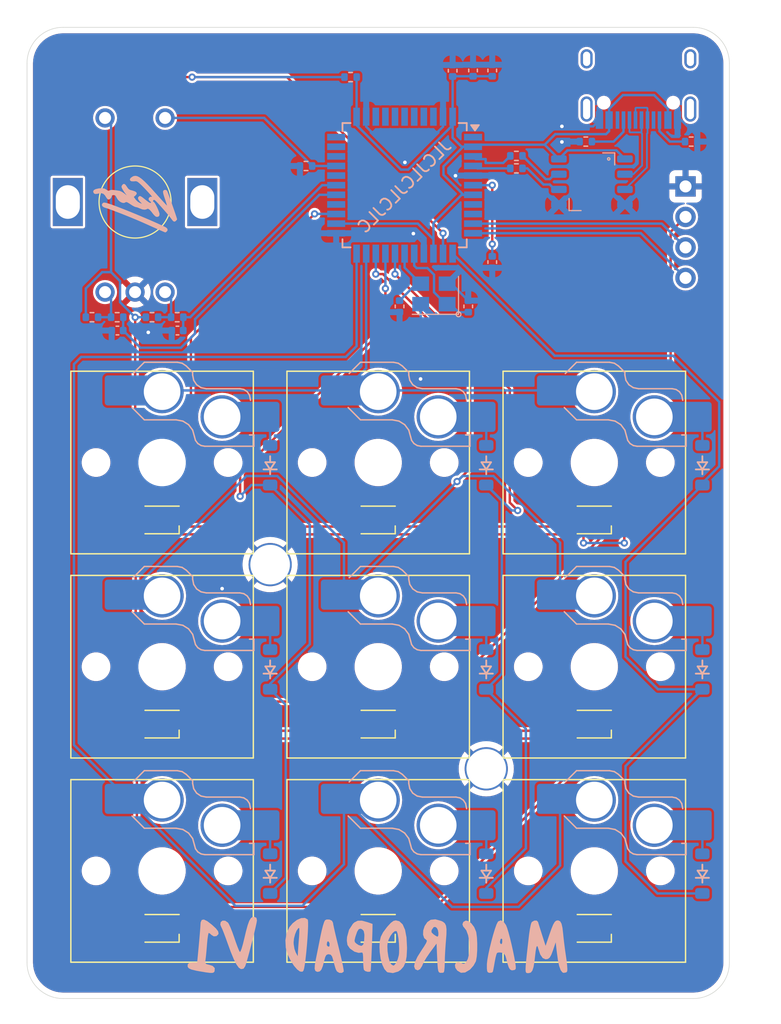
<source format=kicad_pcb>
(kicad_pcb (version 20240108) (generator "pcbnew") (generator_version "8.0")
  (layers (0 "F.Cu" signal) (31 "B.Cu" signal) (34 "B.Paste" user) (35 "F.Paste" user) (36 "B.SilkS" user "B.Silkscreen") (37 "F.SilkS" user "F.Silkscreen") (38 "B.Mask" user) (39 "F.Mask" user) (44 "Edge.Cuts" user))
  (net 0 "")
  (net 1 "VBUS")
  (net 2 "Row 0")
  (net 3 "Net-(D1-A)")
  (net 4 "Row 1")
  (net 5 "Net-(D2-A)")
  (net 6 "Row 2")
  (net 7 "Net-(D3-A)")
  (net 8 "Net-(D4-A)")
  (net 9 "Net-(D5-A)")
  (net 10 "Net-(D6-A)")
  (net 11 "Net-(D7-A)")
  (net 12 "Net-(D8-A)")
  (net 13 "Net-(D9-A)")
  (net 14 "+5V")
  (net 15 "LED Input")
  (net 16 "Net-(D10-DOUT)")
  (net 17 "Net-(D11-DOUT)")
  (net 18 "Net-(D12-DOUT)")
  (net 19 "Net-(D13-DOUT)")
  (net 20 "Net-(D14-DOUT)")
  (net 21 "Net-(D15-DOUT)")
  (net 22 "Net-(D16-DOUT)")
  (net 23 "Net-(D17-DOUT)")
  (net 25 "/USB_D-")
  (net 32 "Net-(J1-CC1)")
  (net 33 "/USB_D+")
  (net 34 "Net-(J1-CC2)")
  (net 35 "Display SDA")
  (net 36 "Display SCL")
  (net 37 "D+")
  (net 38 "D-")
  (net 39 "Net-(R6-Pad2)")
  (net 40 "Net-(R10-Pad2)")
  (net 41 "Column 0")
  (net 42 "Column 1")
  (net 43 "Column 2")
  (net 44 "RE Switch")
  (net 45 "GND")
  (net 46 "Net-(U3-UCAP)")
  (net 47 "Net-(U3-XTAL1)")
  (net 48 "Net-(U3-XTAL2)")
  (net 49 "Net-(U3-~{RESET})")
  (net 50 "/Port_Protector_D+")
  (net 51 "/Port_Protector_D-")
  (net 67 "RE A")
  (net 68 "RE B")
  (footprint "ScottoKeebs_Hotswap:Hotswap_Choc_V1_Plated_1.00u" (layer "F.Cu") (at 124.15 83.7)
    (property "Reference" "S1" (hide yes))
    (property "Value" "Keyswitch")
  )
  (footprint "ScottoKeebs_Hotswap:Hotswap_Choc_V1_Plated_1.00u" (layer "F.Cu") (at 160.15 83.7)
    (property "Reference" "S3" (hide yes))
    (property "Value" "Keyswitch")
  )
  (footprint "Button_Switch_SMD:SW_Tactile_TSB008A2530A" (layer "F.Cu") (at 120.15 55.6125)
    (property "Reference" "SW1" (hide yes))
    (property "Value" "SW_Push")
  )
  (footprint "LED_SMD:LED_WS2812B-2020_PLCC4_2.0x2.0mm" (layer "F.Cu") (at 142.15 122.48125 180)
    (property "Reference" "D17" (hide yes))
    (property "Value" "WS2812B-2020")
  )
  (footprint "ScottoKeebs_Hotswap:Hotswap_Choc_V1_Plated_1.00u" (layer "F.Cu") (at 142.15 83.7)
    (property "Reference" "S2" (hide yes))
    (property "Value" "Keyswitch")
  )
  (footprint "Rotary_Encoder:RotaryEncoder_Bourns_PEC11R-4xxxF-Sxxxx" (layer "F.Cu") (at 121.9 72.5125)
    (property "Reference" "SW2" (hide yes))
    (property "Value" "RotaryEncoder_Switch")
  )
  (footprint "LED_SMD:LED_WS2812B-2020_PLCC4_2.0x2.0mm" (layer "F.Cu") (at 124.15 88.48125 180)
    (property "Reference" "D10" (hide yes))
    (property "Value" "WS2812B-2020")
  )
  (footprint "MountingHole:MountingHole_KB" (layer "F.Cu") (at 151.15 109.2)
    (property "Reference" "H1")
    (property "Value" "MountingHole_Pad")
  )
  (footprint "LED_SMD:LED_WS2812B-2020_PLCC4_2.0x2.0mm" (layer "F.Cu") (at 160.15 122.48125 180)
    (property "Reference" "D18" (hide yes))
    (property "Value" "WS2812B-2020")
  )
  (footprint "LED_SMD:LED_WS2812B-2020_PLCC4_2.0x2.0mm" (layer "F.Cu") (at 160.15 88.48125 180)
    (property "Reference" "D12" (hide yes))
    (property "Value" "WS2812B-2020")
  )
  (footprint "ScottoKeebs_Hotswap:Hotswap_Choc_V1_Plated_1.00u" (layer "F.Cu") (at 142.15 117.7)
    (property "Reference" "S8" (hide yes))
    (property "Value" "Keyswitch")
  )
  (footprint "ScottoKeebs_Hotswap:Hotswap_Choc_V1_Plated_1.00u" (layer "F.Cu") (at 160.15 117.7)
    (property "Reference" "S9" (hide yes))
    (property "Value" "Keyswitch")
  )
  (footprint "LED_SMD:LED_WS2812B-2020_PLCC4_2.0x2.0mm" (layer "F.Cu") (at 142.15 88.48125 180)
    (property "Reference" "D11" (hide yes))
    (property "Value" "WS2812B-2020")
  )
  (footprint "LED_SMD:LED_WS2812B-2020_PLCC4_2.0x2.0mm" (layer "F.Cu") (at 160.15 105.48125 180)
    (property "Reference" "D15" (hide yes))
    (property "Value" "WS2812B-2020")
  )
  (footprint "LED_SMD:LED_WS2812B-2020_PLCC4_2.0x2.0mm" (layer "F.Cu") (at 124.15 122.48125 180)
    (property "Reference" "D16" (hide yes))
    (property "Value" "WS2812B-2020")
  )
  (footprint "Display:SSD1306_LCD_Display_128x32" (layer "F.Cu") (at 150.5875 73.2625)
    (property "Reference" "J2" (hide yes))
    (property "Value" "Display")
  )
  (footprint "ScottoKeebs_Hotswap:Hotswap_Choc_V1_Plated_1.00u" (layer "F.Cu") (at 142.15 100.7)
    (property "Reference" "S5" (hide yes))
    (property "Value" "Keyswitch")
  )
  (footprint "ScottoKeebs_Hotswap:Hotswap_Choc_V1_Plated_1.00u" (layer "F.Cu") (at 124.15 100.7)
    (property "Reference" "S4" (hide yes))
    (property "Value" "Keyswitch")
  )
  (footprint "MountingHole:MountingHole_KB" (layer "F.Cu") (at 133.15 92.2)
    (property "Reference" "H2")
    (property "Value" "MountingHole_Pad")
  )
  (footprint "ScottoKeebs_Hotswap:Hotswap_Choc_V1_Plated_1.00u" (layer "F.Cu") (at 160.15 100.7)
    (property "Reference" "S6" (hide yes))
    (property "Value" "Keyswitch")
  )
  (footprint "LED_SMD:LED_WS2812B-2020_PLCC4_2.0x2.0mm" (layer "F.Cu") (at 142.15 105.48125 180)
    (property "Reference" "D14" (hide yes))
    (property "Value" "WS2812B-2020")
  )
  (footprint "ScottoKeebs_Hotswap:Hotswap_Choc_V1_Plated_1.00u" (layer "F.Cu") (at 124.15 117.7)
    (property "Reference" "S7" (hide yes))
    (property "Value" "Keyswitch")
  )
  (footprint "LED_SMD:LED_WS2812B-2020_PLCC4_2.0x2.0mm" (layer "F.Cu") (at 124.15 105.48125 180)
    (property "Reference" "D13" (hide yes))
    (property "Value" "WS2812B-2020")
  )
  (footprint "Capacitor_SMD:C_0402_1005Metric" (layer "B.Cu") (at 151.65 51.0625 90)
    (property "Reference" "C1" (hide yes))
    (property "Value" "100n")
  )
  (footprint "LOGO" (layer "B.Cu") (at 142.15 124.0125 180)
    (property "Reference" "G***" (hide yes))
    (property "Value" "LOGO" (hide yes))
  )
  (footprint "ScottoKeebs_Components:Diode_SOD-123" (layer "B.Cu") (at 151.15 100.925 90)
    (property "Reference" "D5" (hide yes))
    (property "Value" "Diode")
  )
  (footprint "ScottoKeebs_Components:Diode_SOD-123" (layer "B.Cu") (at 133.15 83.925 90)
    (property "Reference" "D1" (hide yes))
    (property "Value" "Diode")
  )
  (footprint "Capacitor_SMD:C_0402_1005Metric" (layer "B.Cu") (at 150.05 51.0625 90)
    (property "Reference" "C2" (hide yes))
    (property "Value" "100n")
  )
  (footprint "Connector_USB:USB_Port_Protector_USB6B1" (layer "B.Cu") (at 159.95 64.125 180)
    (property "Reference" "U1" (hide yes))
    (property "Value" "USB6B1")
  )
  (footprint "Package_QFP:TQFP-44_10x10mm_P0.8mm" (layer "B.Cu") (at 144.35 60.6125 180)
    (property "Reference" "U3" (hide yes))
    (property "Value" "ATmega32U4-A")
  )
  (footprint "Resistor_SMD:R_0402_1005Metric" (layer "B.Cu") (at 123.31 71.6025)
    (property "Reference" "R6" (hide yes))
    (property "Value" "10k")
  )
  (footprint "Resistor_SMD:R_0402_1005Metric" (layer "B.Cu") (at 153.66 58.1725 180)
    (property "Reference" "R3" (hide yes))
    (property "Value" "22")
  )
  (footprint "Resistor_SMD:R_0402_1005Metric" (layer "B.Cu") (at 153.66 59.2125)
    (property "Reference" "R2" (hide yes))
    (property "Value" "22")
  )
  (footprint "Resistor_SMD:R_0402_1005Metric" (layer "B.Cu") (at 118.31 71.6025)
    (property "Reference" "R8" (hide yes))
    (property "Value" "10k")
  )
  (footprint "ScottoKeebs_Components:Diode_SOD-123" (layer "B.Cu") (at 169.15 100.925 90)
    (property "Reference" "D6" (hide yes))
    (property "Value" "Diode")
  )
  (footprint "Resistor_SMD:R_0402_1005Metric" (layer "B.Cu") (at 159.44 56.9825 180)
    (property "Reference" "R4" (hide yes))
    (property "Value" "5k1")
  )
  (footprint "Capacitor_SMD:C_0402_1005Metric" (layer "B.Cu") (at 120.43 72.7125)
    (property "Reference" "C7" (hide yes))
    (property "Value" "10n")
  )
  (footprint "Resistor_SMD:R_0402_1005Metric" (layer "B.Cu") (at 168.22 56.9825)
    (property "Reference" "R5" (hide yes))
    (property "Value" "5k1")
  )
  (footprint "ScottoKeebs_Components:Diode_SOD-123" (layer "B.Cu") (at 169.15 83.925 90)
    (property "Reference" "D3" (hide yes))
    (property "Value" "Diode")
  )
  (footprint "ScottoKeebs_Components:Diode_SOD-123" (layer "B.Cu") (at 133.15 100.925 90)
    (property "Reference" "D4" (hide yes))
    (property "Value" "Diode")
  )
  (footprint "ScottoKeebs_Components:USB_C_HRO_TYPE-C-31-M-12" (layer "B.Cu") (at 163.83 51.1425)
    (property "Reference" "J1" (hide yes))
    (property "Value" "USB_C_Receptacle_USB2.0_16P")
  )
  (footprint "LOGO" (layer "B.Cu") (at 121.9 62.2125 180)
    (property "Reference" "G***" (hide yes))
    (property "Value" "LOGO" (hide yes))
  )
  (footprint "ScottoKeebs_Components:Diode_SOD-123" (layer "B.Cu") (at 151.15 83.925 90)
    (property "Reference" "D2" (hide yes))
    (property "Value" "Diode")
  )
  (footprint "Capacitor_SMD:C_0402_1005Metric" (layer "B.Cu") (at 151.65 67.0125 -90)
    (property "Reference" "C4" (hide yes))
    (property "Value" "1u")
  )
  (footprint "ScottoKeebs_Components:Diode_SOD-123" (layer "B.Cu") (at 169.15 117.925 90)
    (property "Reference" "D9" (hide yes))
    (property "Value" "Diode")
  )
  (footprint "Capacitor_SMD:C_0402_1005Metric" (layer "B.Cu") (at 149.65 70.7025 90)
    (property "Reference" "C6" (hide yes))
    (property "Value" "12p")
  )
  (footprint "Capacitor_SMD:C_0402_1005Metric" (layer "B.Cu") (at 125.43 72.7125)
    (property "Reference" "C9" (hide yes))
    (property "Value" "10n")
  )
  (footprint "Capacitor_SMD:C_0402_1005Metric" (layer "B.Cu") (at 148.35 51.0825 90)
    (property "Reference" "C3" (hide yes))
    (property "Value" "100n")
  )
  (footprint "ScottoKeebs_Components:Diode_SOD-123" (layer "B.Cu") (at 151.15 117.925 90)
    (property "Reference" "D8" (hide yes))
    (property "Value" "Diode")
  )
  (footprint "Resistor_SMD:R_0402_1005Metric" (layer "B.Cu") (at 125.41 71.6025)
    (property "Reference" "R9" (hide yes))
    (property "Value" "10k")
  )
  (footprint "Resistor_SMD:R_0402_1005Metric" (layer "B.Cu") (at 139.85 51.6125)
    (property "Reference" "R1" (hide yes))
    (property "Value" "10k")
  )
  (footprint "Resistor_SMD:R_0402_1005Metric" (layer "B.Cu") (at 120.41 71.6025 180)
    (property "Reference" "R10" (hide yes))
    (property "Value" "10k")
  )
  (footprint "Crystal:Crystal_SMD_X322516MLB4SI" (layer "B.Cu") (at 146.79 73.7625 180)
    (property "Reference" "Y1" (hide yes))
    (property "Value" "16mghz")
  )
  (footprint "Capacitor_SMD:C_0402_1005Metric" (layer "B.Cu") (at 143.93 70.7025 -90)
    (property "Reference" "C5" (hide yes))
    (property "Value" "12p")
  )
  (footprint "Resistor_SMD:R_0402_1005Metric" (layer "B.Cu") (at 136.14 59.0125 180)
    (property "Reference" "R7" (hide yes))
    (property "Value" "10k")
  )
  (footprint "ScottoKeebs_Components:Diode_SOD-123" (layer "B.Cu") (at 133.15 117.925 90)
    (property "Reference" "D7" (hide yes))
    (property "Value" "Diode")
  )
  (gr_line (start 115.9 128.325) (end 168.4 128.325) (stroke (width 0.05)) (layer "Edge.Cuts"))
  (gr_arc (start 112.9 50.47) (mid 113.77868 48.34868) (end 115.9 47.47) (stroke (width 0.05)) (layer "Edge.Cuts"))
  (gr_arc (start 171.4 125.325) (mid 170.52132 127.44632) (end 168.4 128.325) (stroke (width 0.05)) (layer "Edge.Cuts"))
  (gr_line (start 171.4 125.325) (end 171.4 50.47) (stroke (width 0.05)) (layer "Edge.Cuts"))
  (gr_line (start 168.4 47.47) (end 115.9 47.47) (stroke (width 0.05)) (layer "Edge.Cuts"))
  (gr_line (start 112.9 50.47) (end 112.9 125.325) (stroke (width 0.05)) (layer "Edge.Cuts"))
  (gr_arc (start 168.4 47.47) (mid 170.52132 48.34868) (end 171.4 50.47) (stroke (width 0.05)) (layer "Edge.Cuts"))
  (gr_arc (start 115.9 128.325) (mid 113.77868 127.44632) (end 112.9 125.325) (stroke (width 0.05)) (layer "Edge.Cuts"))
  (gr_text "JLCJLCJLCJLC" (at 148.45 57.4125 45) (layer "B.SilkS") (effects (font (size 1 1)) (justify left bottom mirror)))
  (segment (start 147.5875 59.75) (end 149.25 61.4125) (width 0.2) (layer "B.Cu") (net 1))
  (segment (start 146.75 65.1125) (end 145.45 63.8125) (width 0.2) (layer "B.Cu") (net 1))
  (segment (start 148.35 55.6125) (end 144.65 59.3125) (width 0.2) (layer "B.Cu") (net 1))
  (segment (start 144.65 59.3125) (end 144.05 59.3125) (width 0.2) (layer "B.Cu") (net 1))
  (segment (start 166.28 55.1875) (end 166.28 54.2625) (width 0.2) (layer "B.Cu") (net 1))
  (segment (start 156.8975 56.3625) (end 156.0175 57.2425) (width 0.2) (layer "B.Cu") (net 1))
  (segment (start 150.05 57.4125) (end 149.225 57.4125) (width 0.2) (layer "B.Cu") (net 1))
  (segment (start 151.65 51.5425) (end 148.37 51.5425) (width 0.2) (layer "B.Cu") (net 1))
  (segment (start 149.225 57.4125) (end 147.5875 59.05) (width 0.2) (layer "B.Cu") (net 1))
  (segment (start 149.25 61.4125) (end 150.05 61.4125) (width 0.2) (layer "B.Cu") (net 1))
  (segment (start 148.35 56.6625) (end 148.35 54.9125) (width 0.2) (layer "B.Cu") (net 1))
  (segment (start 148.35 51.5625) (end 148.35 54.9125) (width 0.2) (layer "B.Cu") (net 1))
  (segment (start 162.53 53.1125) (end 161.38 54.2625) (width 0.2) (layer "B.Cu") (net 1))
  (segment (start 161.38 55.1875) (end 161.38 56.1125) (width 0.2) (layer "B.Cu") (net 1))
  (segment (start 161.38 56.1125) (end 161.13 56.3625) (width 0.2) (layer "B.Cu") (net 1))
  (segment (start 140.35 54.9125) (end 140.35 51.6225) (width 0.2) (layer "B.Cu") (net 1))
  (segment (start 157.2 58.425) (end 156.0175 57.2425) (width 0.2) (layer "B.Cu") (net 1))
  (segment (start 161.9875 57.7125) (end 162.7 58.425) (width 0.2) (layer "B.Cu") (net 1))
  (segment (start 150.22 57.2425) (end 150.05 57.4125) (width 0.2) (layer "B.Cu") (net 1))
  (segment (start 161.13 56.3625) (end 156.8975 56.3625) (width 0.2) (layer "B.Cu") (net 1))
  (segment (start 145.45 63.8125) (end 138.65 63.8125) (width 0.2) (layer "B.Cu") (net 1))
  (segment (start 150.05 57.4125) (end 149.1 57.4125) (width 0.2) (layer "B.Cu") (net 1))
  (segment (start 165.13 53.1125) (end 162.53 53.1125) (width 0.2) (layer "B.Cu") (net 1))
  (segment (start 147.5875 59.05) (end 147.5875 59.75) (width 0.2) (layer "B.Cu") (net 1))
  (segment (start 161.38 54.2625) (end 161.38 55.1875) (width 0.2) (layer "B.Cu") (net 1))
  (segment (start 157.9125 57.7125) (end 161.9875 57.7125) (width 0.2) (layer "B.Cu") (net 1))
  (segment (start 156.0175 57.2425) (end 150.22 57.2425) (width 0.2) (layer "B.Cu") (net 1))
  (segment (start 148.35 54.9125) (end 148.35 55.6125) (width 0.2) (layer "B.Cu") (net 1))
  (segment (start 144.05 59.3125) (end 140.35 55.6125) (width 0.2) (layer "B.Cu") (net 1))
  (segment (start 149.1 61.4125) (end 146.75 63.7625) (width 0.2) (layer "B.Cu") (net 1))
  (segment (start 166.28 54.2625) (end 165.13 53.1125) (width 0.2) (layer "B.Cu") (net 1))
  (segment (start 150.05 61.4125) (end 149.1 61.4125) (width 0.2) (layer "B.Cu") (net 1))
  (segment (start 157.2 58.425) (end 157.9125 57.7125) (width 0.2) (layer "B.Cu") (net 1))
  (segment (start 148.37 51.5425) (end 148.35 51.5625) (width 0.2) (layer "B.Cu") (net 1))
  (segment (start 140.35 51.6225) (end 140.36 51.6125) (width 0.2) (layer "B.Cu") (net 1))
  (segment (start 140.35 55.6125) (end 140.35 54.9125) (width 0.2) (layer "B.Cu") (net 1))
  (segment (start 146.75 63.7625) (end 146.75 66.3125) (width 0.2) (layer "B.Cu") (net 1))
  (segment (start 149.1 57.4125) (end 148.35 56.6625) (width 0.2) (layer "B.Cu") (net 1))
  (segment (start 142.75 72.438478) (end 130.65 84.538478) (width 0.2) (layer "F.Cu") (net 2))
  (segment (start 130.65 84.538478) (end 130.65 86.5125) (width 0.2) (layer "F.Cu") (net 2))
  (segment (start 142.75 69.2125) (end 142.75 72.438478) (width 0.2) (layer "F.Cu") (net 2))
  (via (at 130.65 86.5125) (size 0.6) (drill 0.3) (layers "F.Cu" "B.Cu") (net 2))
  (via (at 142.75 69.2125) (size 0.6) (drill 0.3) (layers "F.Cu" "B.Cu") (net 2))
  (segment (start 136.45 88.875) (end 136.45 98.825) (width 0.2) (layer "B.Cu") (net 2))
  (segment (start 131.5875 85.575) (end 130.65 86.5125) (width 0.2) (layer "B.Cu") (net 2))
  (segment (start 134.45 103.875) (end 134.45 118.275) (width 0.2) (layer "B.Cu") (net 2))
  (segment (start 133.15 102.125) (end 133.15 102.575) (width 0.2) (layer "B.Cu") (net 2))
  (segment (start 133.15 85.575) (end 136.45 88.875) (width 0.2) (layer "B.Cu") (net 2))
  (segment (start 142.75 69.2125) (end 142.75 66.3125) (width 0.2) (layer "B.Cu") (net 2))
  (segment (start 133.15 102.575) (end 134.45 103.875) (width 0.2) (layer "B.Cu") (net 2))
  (segment (start 136.45 98.825) (end 133.15 102.125) (width 0.2) (layer "B.Cu") (net 2))
  (segment (start 134.45 118.275) (end 133.15 119.575) (width 0.2) (layer "B.Cu") (net 2))
  (segment (start 133.15 85.575) (end 131.5875 85.575) (width 0.2) (layer "B.Cu") (net 2))
  (segment (start 132 79.9) (end 133.15 81.05) (width 0.2) (layer "B.Cu") (net 3))
  (segment (start 133.15 81.05) (end 133.15 82.275) (width 0.2) (layer "B.Cu") (net 3))
  (segment (start 153.11 87.034834) (end 153.768833 87.693667) (width 0.2) (layer "F.Cu") (net 4))
  (segment (start 153.11 77.5725) (end 153.11 87.034834) (width 0.2) (layer "F.Cu") (net 4))
  (segment (start 143.55 68.0125) (end 153.11 77.5725) (width 0.2) (layer "F.Cu") (net 4))
  (via (at 153.768833 87.693667) (size 0.6) (drill 0.3) (layers "F.Cu" "B.Cu") (net 4))
  (via (at 143.55 68.0125) (size 0.6) (drill 0.3) (layers "F.Cu" "B.Cu") (net 4))
  (segment (start 153.768833 87.693667) (end 153.268667 87.693667) (width 0.2) (layer "B.Cu") (net 4))
  (segment (start 154.45 115.825) (end 151.15 119.125) (width 0.2) (layer "B.Cu") (net 4))
  (segment (start 151.15 119.125) (end 151.15 119.575) (width 0.2) (layer "B.Cu") (net 4))
  (segment (start 153.268667 87.693667) (end 151.15 85.575) (width 0.2) (layer "B.Cu") (net 4))
  (segment (start 151.15 85.575) (end 152.45 86.875) (width 0.2) (layer "B.Cu") (net 4))
  (segment (start 151.15 102.575) (end 154.45 105.875) (width 0.2) (layer "B.Cu") (net 4))
  (segment (start 152.45 86.875) (end 152.45 101.275) (width 0.2) (layer "B.Cu") (net 4))
  (segment (start 154.45 105.875) (end 154.45 115.825) (width 0.2) (layer "B.Cu") (net 4))
  (segment (start 152.45 101.275) (end 151.15 102.575) (width 0.2) (layer "B.Cu") (net 4))
  (segment (start 143.55 68.0125) (end 143.55 66.3125) (width 0.2) (layer "B.Cu") (net 4))
  (segment (start 150 79.9) (end 151.15 81.05) (width 0.2) (layer "B.Cu") (net 5))
  (segment (start 151.15 81.05) (end 151.15 82.275) (width 0.2) (layer "B.Cu") (net 5))
  (segment (start 169.15 102.575) (end 162.75 108.975) (width 0.2) (layer "B.Cu") (net 6))
  (segment (start 162.75 108.975) (end 162.75 116.919239) (width 0.2) (layer "B.Cu") (net 6))
  (segment (start 162.75 91.975) (end 162.75 99.869239) (width 0.2) (layer "B.Cu") (net 6))
  (segment (start 169.15 85.575) (end 162.75 91.975) (width 0.2) (layer "B.Cu") (net 6))
  (segment (start 165.405761 119.575) (end 169.15 119.575) (width 0.2) (layer "B.Cu") (net 6))
  (segment (start 170.55 78.651378) (end 166.711122 74.8125) (width 0.2) (layer "B.Cu") (net 6))
  (segment (start 156.85 74.8125) (end 148.35 66.3125) (width 0.2) (layer "B.Cu") (net 6))
  (segment (start 166.711122 74.8125) (end 156.85 74.8125) (width 0.2) (layer "B.Cu") (net 6))
  (segment (start 170.55 84.0125) (end 170.55 78.651378) (width 0.2) (layer "B.Cu") (net 6))
  (segment (start 162.75 99.869239) (end 165.455761 102.575) (width 0.2) (layer "B.Cu") (net 6))
  (segment (start 165.455761 102.575) (end 169.15 102.575) (width 0.2) (layer "B.Cu") (net 6))
  (segment (start 169.15 85.575) (end 169.15 85.4125) (width 0.2) (layer "B.Cu") (net 6))
  (segment (start 169.15 85.4125) (end 170.55 84.0125) (width 0.2) (layer "B.Cu") (net 6))
  (segment (start 162.75 116.919239) (end 165.405761 119.575) (width 0.2) (layer "B.Cu") (net 6))
  (segment (start 168 79.9) (end 169.15 81.05) (width 0.2) (layer "B.Cu") (net 7))
  (segment (start 169.15 81.05) (end 169.15 82.275) (width 0.2) (layer "B.Cu") (net 7))
  (segment (start 133.15 98.05) (end 133.15 99.275) (width 0.2) (layer "B.Cu") (net 8))
  (segment (start 132 96.9) (end 133.15 98.05) (width 0.2) (layer "B.Cu") (net 8))
  (segment (start 150 96.9) (end 151.15 98.05) (width 0.2) (layer "B.Cu") (net 9))
  (segment (start 151.15 98.05) (end 151.15 99.275) (width 0.2) (layer "B.Cu") (net 9))
  (segment (start 168 96.9) (end 169.15 98.05) (width 0.2) (layer "B.Cu") (net 10))
  (segment (start 169.15 98.05) (end 169.15 99.275) (width 0.2) (layer "B.Cu") (net 10))
  (segment (start 133.15 115.05) (end 133.15 116.275) (width 0.2) (layer "B.Cu") (net 11))
  (segment (start 132 113.9) (end 133.15 115.05) (width 0.2) (layer "B.Cu") (net 11))
  (segment (start 151.15 115.05) (end 151.15 116.275) (width 0.2) (layer "B.Cu") (net 12))
  (segment (start 150 113.9) (end 151.15 115.05) (width 0.2) (layer "B.Cu") (net 12))
  (segment (start 168 113.9) (end 169.15 115.05) (width 0.2) (layer "B.Cu") (net 13))
  (segment (start 169.15 115.05) (end 169.15 116.275) (width 0.2) (layer "B.Cu") (net 13))
  (segment (start 123.235 89.03125) (end 123.885 89.68125) (width 0.2) (layer "F.Cu") (net 14))
  (segment (start 122.05 122.39625) (end 122.05 107.21625) (width 0.2) (layer "F.Cu") (net 14))
  (segment (start 159.25 89.04625) (end 159.235 89.03125) (width 0.2) (layer "F.Cu") (net 14))
  (segment (start 123.235 123.03125) (end 123.90375 123.7) (width 0.2) (layer "F.Cu") (net 14))
  (segment (start 123.90375 123.7) (end 140.56625 123.7) (width 0.2) (layer "F.Cu") (net 14))
  (segment (start 162.65 79.425) (end 162.65 90.4) (width 0.2) (layer "F.Cu") (net 14))
  (segment (start 123.885 106.68125) (end 140.585 106.68125) (width 0.2) (layer "F.Cu") (net 14))
  (segment (start 141.885 89.68125) (end 158.585 89.68125) (width 0.2) (layer "F.Cu") (net 14))
  (segment (start 121.95 90.31625) (end 123.235 89.03125) (width 0.2) (layer "F.Cu") (net 14))
  (segment (start 140.56625 123.7) (end 141.235 123.03125) (width 0.2) (layer "F.Cu") (net 14))
  (segment (start 123.035 106.03125) (end 121.95 104.94625) (width 0.2) (layer "F.Cu") (net 14))
  (segment (start 158.585 106.68125) (end 159.235 106.03125) (width 0.2) (layer "F.Cu") (net 14))
  (segment (start 123.235 106.03125) (end 123.035 106.03125) (width 0.2) (layer "F.Cu") (net 14))
  (segment (start 159.25 90.4) (end 159.25 89.04625) (width 0.2) (layer "F.Cu") (net 14))
  (segment (start 166.506346 75.568654) (end 162.65 79.425) (width 0.2) (layer "F.Cu") (net 14))
  (segment (start 141.885 123.68125) (end 158.585 123.68125) (width 0.2) (layer "F.Cu") (net 14))
  (segment (start 167.7475 63.2525) (end 166.506346 64.493654) (width 0.2) (layer "F.Cu") (net 14))
  (segment (start 140.585 89.68125) (end 141.235 89.03125) (width 0.2) (layer "F.Cu") (net 14))
  (segment (start 123.035 89.03125) (end 121.91 87.90625) (width 0.2) (layer "F.Cu") (net 14))
  (segment (start 121.91 87.90625) (end 121.91 71.6125) (width 0.2) (layer "F.Cu") (net 14))
  (segment (start 123.235 123.03125) (end 122.685 123.03125) (width 0.2) (layer "F.Cu") (net 14))
  (segment (start 121.95 104.94625) (end 121.95 90.31625) (width 0.2) (layer "F.Cu") (net 14))
  (segment (start 158.585 89.68125) (end 159.235 89.03125) (width 0.2) (layer "F.Cu") (net 14))
  (segment (start 141.235 106.03125) (end 141.885 106.68125) (width 0.2) (layer "F.Cu") (net 14))
  (segment (start 123.885 89.68125) (end 140.585 89.68125) (width 0.2) (layer "F.Cu") (net 14))
  (segment (start 141.885 106.68125) (end 158.585 106.68125) (width 0.2) (layer "F.Cu") (net 14))
  (segment (start 123.235 89.03125) (end 123.035 89.03125) (width 0.2) (layer "F.Cu") (net 14))
  (segment (start 123.235 106.03125) (end 123.885 106.68125) (width 0.2) (layer "F.Cu") (net 14))
  (segment (start 166.506346 64.493654) (end 166.506346 75.568654) (width 0.2) (layer "F.Cu") (net 14))
  (segment (start 141.235 89.03125) (end 141.885 89.68125) (width 0.2) (layer "F.Cu") (net 14))
  (segment (start 122.05 107.21625) (end 123.235 106.03125) (width 0.2) (layer "F.Cu") (net 14))
  (segment (start 140.585 106.68125) (end 141.235 106.03125) (width 0.2) (layer "F.Cu") (net 14))
  (segment (start 158.585 123.68125) (end 159.235 123.03125) (width 0.2) (layer "F.Cu") (net 14))
  (segment (start 122.685 123.03125) (end 122.05 122.39625) (width 0.2) (layer "F.Cu") (net 14))
  (segment (start 141.235 123.03125) (end 141.885 123.68125) (width 0.2) (layer "F.Cu") (net 14))
  (via (at 121.91 71.6125) (size 0.6) (drill 0.3) (layers "F.Cu" "B.Cu") (net 14))
  (via (at 162.65 90.4) (size 0.6) (drill 0.3) (layers "F.Cu" "B.Cu") (net 14))
  (via (at 159.25 90.4) (size 0.6) (drill 0.3) (layers "F.Cu" "B.Cu") (net 14))
  (segment (start 117.79 71.6125) (end 117.8 71.6025) (width 0.2) (layer "B.Cu") (net 14))
  (segment (start 122.8 71.6025) (end 121.92 71.6025) (width 0.2) (layer "B.Cu") (net 14))
  (segment (start 121.92 71.6025) (end 121.91 71.6125) (width 0.2) (layer "B.Cu") (net 14))
  (segment (start 119.9 55.5125) (end 119.9 67.85) (width 0.2) (layer "B.Cu") (net 14))
  (segment (start 119.9 67.85) (end 120.65 68.6) (width 0.2) (layer "B.Cu") (net 14))
  (segment (start 162.65 90.4) (end 159.25 90.4) (width 0.2) (layer "B.Cu") (net 14))
  (segment (start 120.65 68.6) (end 120.65 70.3525) (width 0.2) (layer "B.Cu") (net 14))
  (segment (start 119.1625 67.85) (end 117.8 69.2125) (width 0.2) (layer "B.Cu") (net 14))
  (segment (start 119.9 67.85) (end 119.1625 67.85) (width 0.2) (layer "B.Cu") (net 14))
  (segment (start 119.4 55.0125) (end 119.9 55.5125) (width 0.2) (layer "B.Cu") (net 14))
  (segment (start 117.8 69.2125) (end 117.8 71.6025) (width 0.2) (layer "B.Cu") (net 14))
  (segment (start 120.65 70.3525) (end 121.91 71.6125) (width 0.2) (layer "B.Cu") (net 14))
  (segment (start 126.55 84.61625) (end 126.55 73.3) (width 0.2) (layer "F.Cu") (net 15))
  (segment (start 123.235 87.93125) (end 126.55 84.61625) (width 0.2) (layer "F.Cu") (net 15))
  (segment (start 126.55 73.3) (end 136.85 63) (width 0.2) (layer "F.Cu") (net 15))
  (via (at 136.85 63) (size 0.6) (drill 0.3) (layers "F.Cu" "B.Cu") (net 15))
  (segment (start 136.85 63) (end 138.6375 63) (width 0.2) (layer "B.Cu") (net 15))
  (segment (start 138.6375 63) (end 138.65 63.0125) (width 0.2) (layer "B.Cu") (net 15))
  (segment (start 141.035 87.93125) (end 141.235 87.93125) (width 0.2) (layer "F.Cu") (net 16))
  (segment (start 125.065 89.03125) (end 139.935 89.03125) (width 0.2) (layer "F.Cu") (net 16))
  (segment (start 139.935 89.03125) (end 141.035 87.93125) (width 0.2) (layer "F.Cu") (net 16))
  (segment (start 143.065 89.03125) (end 157.935 89.03125) (width 0.2) (layer "F.Cu") (net 17))
  (segment (start 157.935 89.03125) (end 159.035 87.93125) (width 0.2) (layer "F.Cu") (net 17))
  (segment (start 159.035 87.93125) (end 159.235 87.93125) (width 0.2) (layer "F.Cu") (net 17))
  (segment (start 147.04625 103.6) (end 124.56625 103.6) (width 0.2) (layer "F.Cu") (net 18))
  (segment (start 161.065 89.58125) (end 147.04625 103.6) (width 0.2) (layer "F.Cu") (net 18))
  (segment (start 161.065 89.03125) (end 161.065 89.58125) (width 0.2) (layer "F.Cu") (net 18))
  (segment (start 124.56625 103.6) (end 123.235 104.93125) (width 0.2) (layer "F.Cu") (net 18))
  (segment (start 125.065 106.03125) (end 139.935 106.03125) (width 0.2) (layer "F.Cu") (net 19))
  (segment (start 139.935 106.03125) (end 141.035 104.93125) (width 0.2) (layer "F.Cu") (net 19))
  (segment (start 141.035 104.93125) (end 141.235 104.93125) (width 0.2) (layer "F.Cu") (net 19))
  (segment (start 157.935 106.03125) (end 159.035 104.93125) (width 0.2) (layer "F.Cu") (net 20))
  (segment (start 159.035 104.93125) (end 159.235 104.93125) (width 0.2) (layer "F.Cu") (net 20))
  (segment (start 143.065 106.03125) (end 157.935 106.03125) (width 0.2) (layer "F.Cu") (net 20))
  (segment (start 146.94625 120.7) (end 124.46625 120.7) (width 0.2) (layer "F.Cu") (net 21))
  (segment (start 161.065 106.03125) (end 161.065 106.58125) (width 0.2) (layer "F.Cu") (net 21))
  (segment (start 161.065 106.58125) (end 146.94625 120.7) (width 0.2) (layer "F.Cu") (net 21))
  (segment (start 124.46625 120.7) (end 123.235 121.93125) (width 0.2) (layer "F.Cu") (net 21))
  (segment (start 139.935 123.03125) (end 141.035 121.93125) (width 0.2) (layer "F.Cu") (net 22))
  (segment (start 141.035 121.93125) (end 141.235 121.93125) (width 0.2) (layer "F.Cu") (net 22))
  (segment (start 125.065 123.03125) (end 139.935 123.03125) (width 0.2) (layer "F.Cu") (net 22))
  (segment (start 157.935 123.03125) (end 159.035 121.93125) (width 0.2) (layer "F.Cu") (net 23))
  (segment (start 143.065 123.03125) (end 157.935 123.03125) (width 0.2) (layer "F.Cu") (net 23))
  (segment (start 159.035 121.93125) (end 159.235 121.93125) (width 0.2) (layer "F.Cu") (net 23))
  (segment (start 164.08 56.1625) (end 164.03 56.2125) (width 0.15) (layer "B.Cu") (net 25))
  (segment (start 164.08 55.1875) (end 164.08 56.1625) (width 0.15) (layer "B.Cu") (net 25))
  (segment (start 164.03 56.2125) (end 163.13 56.2125) (width 0.15) (layer "B.Cu") (net 25))
  (segment (start 164.13 58.969314) (end 163.404314 59.695) (width 0.15) (layer "B.Cu") (net 25))
  (segment (start 164.13 56.325001) (end 164.13 58.969314) (width 0.15) (layer "B.Cu") (net 25))
  (segment (start 163.404314 59.695) (end 162.7 59.695) (width 0.15) (layer "B.Cu") (net 25))
  (segment (start 164.08 55.1875) (end 164.08 56.275001) (width 0.15) (layer "B.Cu") (net 25))
  (segment (start 164.08 56.275001) (end 164.13 56.325001) (width 0.15) (layer "B.Cu") (net 25))
  (segment (start 163.13 56.2125) (end 163.08 56.1625) (width 0.15) (layer "B.Cu") (net 25))
  (segment (start 163.08 56.1625) (end 163.08 55.1875) (width 0.15) (layer "B.Cu") (net 25))
  (segment (start 161.76 56.9825) (end 159.95 56.9825) (width 0.2) (layer "B.Cu") (net 32))
  (segment (start 162.58 55.1875) (end 162.58 56.1625) (width 0.2) (layer "B.Cu") (net 32))
  (segment (start 162.58 56.1625) (end 161.76 56.9825) (width 0.2) (layer "B.Cu") (net 32))
  (segment (start 164.58 55.1875) (end 164.58 56.275001) (width 0.15) (layer "B.Cu") (net 33))
  (segment (start 164.53 54.1625) (end 164.58 54.2125) (width 0.15) (layer "B.Cu") (net 33))
  (segment (start 164.58 54.2125) (end 164.58 55.1875) (width 0.15) (layer "B.Cu") (net 33))
  (segment (start 163.63 54.1625) (end 164.53 54.1625) (width 0.15) (layer "B.Cu") (net 33))
  (segment (start 164.53 56.325001) (end 164.53 59.135) (width 0.15) (layer "B.Cu") (net 33))
  (segment (start 163.58 54.2125) (end 163.63 54.1625) (width 0.15) (layer "B.Cu") (net 33))
  (segment (start 163.58 55.1875) (end 163.58 54.2125) (width 0.15) (layer "B.Cu") (net 33))
  (segment (start 164.58 56.275001) (end 164.53 56.325001) (width 0.15) (layer "B.Cu") (net 33))
  (segment (start 164.53 59.135) (end 162.7 60.965) (width 0.15) (layer "B.Cu") (net 33))
  (segment (start 165.58 56.1125) (end 165.58 55.1875) (width 0.2) (layer "B.Cu") (net 34))
  (segment (start 167.71 56.9825) (end 166.45 56.9825) (width 0.2) (layer "B.Cu") (net 34))
  (segment (start 166.45 56.9825) (end 165.58 56.1125) (width 0.2) (layer "B.Cu") (net 34))
  (segment (start 150.05 64.6125) (end 164.0275 64.6125) (width 0.2) (layer "B.Cu") (net 35))
  (segment (start 164.0275 64.6125) (end 167.7475 68.3325) (width 0.2) (layer "B.Cu") (net 35))
  (segment (start 150.05 63.8125) (end 165.7675 63.8125) (width 0.2) (layer "B.Cu") (net 36))
  (segment (start 165.7675 63.8125) (end 167.7475 65.7925) (width 0.2) (layer "B.Cu") (net 36))
  (segment (start 155.916103 60.555) (end 154.573603 59.2125) (width 0.2) (layer "B.Cu") (net 37))
  (segment (start 157.2 60.965) (end 156.85 60.965) (width 0.2) (layer "B.Cu") (net 37))
  (segment (start 156.44 60.555) (end 155.916103 60.555) (width 0.2) (layer "B.Cu") (net 37))
  (segment (start 154.573603 59.2125) (end 154.17 59.2125) (width 0.2) (layer "B.Cu") (net 37))
  (segment (start 156.85 60.965) (end 156.44 60.555) (width 0.2) (layer "B.Cu") (net 37))
  (segment (start 157.2 59.695) (end 156.85 59.695) (width 0.2) (layer "B.Cu") (net 38))
  (segment (start 156.44 60.105) (end 156.1025 60.105) (width 0.2) (layer "B.Cu") (net 38))
  (segment (start 156.1025 60.105) (end 154.17 58.1725) (width 0.2) (layer "B.Cu") (net 38))
  (segment (start 156.85 59.695) (end 156.44 60.105) (width 0.2) (layer "B.Cu") (net 38))
  (segment (start 124.9 71.6025) (end 124.9 70.0125) (width 0.2) (layer "B.Cu") (net 39))
  (segment (start 124.9 71.6025) (end 123.82 71.6025) (width 0.2) (layer "B.Cu") (net 39))
  (segment (start 124.9 70.0125) (end 124.4 69.5125) (width 0.2) (layer "B.Cu") (net 39))
  (segment (start 119.9 71.6025) (end 119.9 70.0125) (width 0.2) (layer "B.Cu") (net 40))
  (segment (start 119.9 70.0125) (end 119.4 69.5125) (width 0.2) (layer "B.Cu") (net 40))
  (segment (start 119.9 71.6025) (end 118.82 71.6025) (width 0.2) (layer "B.Cu") (net 40))
  (segment (start 139.3 77.7) (end 157.3 77.7) (width 0.2) (layer "B.Cu") (net 41))
  (segment (start 141.15 75.85) (end 139.3 77.7) (width 0.2) (layer "B.Cu") (net 41))
  (segment (start 121.3 77.7) (end 139.3 77.7) (width 0.2) (layer "B.Cu") (net 41))
  (segment (start 141.15 66.3125) (end 141.15 75.85) (width 0.2) (layer "B.Cu") (net 41))
  (segment (start 142.55 68.0125) (end 149.81 75.2725) (width 0.2) (layer "F.Cu") (net 42))
  (segment (start 149.81 75.2725) (end 149.81 84.19) (width 0.2) (layer "F.Cu") (net 42))
  (segment (start 141.95 68.0125) (end 142.55 68.0125) (width 0.2) (layer "F.Cu") (net 42))
  (segment (start 149.81 84.19) (end 148.71875 85.28125) (width 0.2) (layer "F.Cu") (net 42))
  (via (at 148.71875 85.28125) (size 0.6) (drill 0.3) (layers "F.Cu" "B.Cu") (net 42))
  (via (at 141.95 68.0125) (size 0.6) (drill 0.3) (layers "F.Cu" "B.Cu") (net 42))
  (segment (start 139.3 90.376304) (end 139.3 94.7) (width 0.2) (layer "B.Cu") (net 42))
  (segment (start 139.3 94.7) (end 149.175 84.825) (width 0.2) (layer "B.Cu") (net 42))
  (segment (start 157.3 90.376304) (end 157.3 94.7) (width 0.2) (layer "B.Cu") (net 42))
  (segment (start 121.3 94.7) (end 131.175 84.825) (width 0.2) (layer "B.Cu") (net 42))
  (segment (start 133.748696 84.825) (end 139.3 90.376304) (width 0.2) (layer "B.Cu") (net 42))
  (segment (start 131.175 84.825) (end 133.748696 84.825) (width 0.2) (layer "B.Cu") (net 42))
  (segment (start 149.175 84.825) (end 151.748696 84.825) (width 0.2) (layer "B.Cu") (net 42))
  (segment (start 151.748696 84.825) (end 157.3 90.376304) (width 0.2) (layer "B.Cu") (net 42))
  (segment (start 148.71875 85.28125) (end 149.175 84.825) (width 0.2) (layer "B.Cu") (net 42))
  (segment (start 141.95 68.0125) (end 141.95 66.3125) (width 0.2) (layer "B.Cu") (net 42))
  (segment (start 140.35 66.3125) (end 140.35 74.0125) (width 0.2) (layer "B.Cu") (net 43))
  (segment (start 121.35 111.7) (end 130.25 120.6) (width 0.2) (layer "B.Cu") (net 43))
  (segment (start 117.41 74.9125) (end 116.81 75.5125) (width 0.2) (layer "B.Cu") (net 43))
  (segment (start 139.3 117.15) (end 139.3 111.7) (width 0.2) (layer "B.Cu") (net 43))
  (segment (start 130.25 120.6) (end 135.85 120.6) (width 0.2) (layer "B.Cu") (net 43))
  (segment (start 139.3 111.7) (end 148.3 120.7) (width 0.2) (layer "B.Cu") (net 43))
  (segment (start 140.35 74.0125) (end 139.45 74.9125) (width 0.2) (layer "B.Cu") (net 43))
  (segment (start 116.81 75.5125) (end 116.81 107.21) (width 0.2) (layer "B.Cu") (net 43))
  (segment (start 135.85 120.6) (end 139.3 117.15) (width 0.2) (layer "B.Cu") (net 43))
  (segment (start 116.81 107.21) (end 121.3 111.7) (width 0.2) (layer "B.Cu") (net 43))
  (segment (start 139.45 74.9125) (end 117.41 74.9125) (width 0.2) (layer "B.Cu") (net 43))
  (segment (start 157.3 117.25) (end 157.3 111.7) (width 0.2) (layer "B.Cu") (net 43))
  (segment (start 148.3 120.7) (end 153.85 120.7) (width 0.2) (layer "B.Cu") (net 43))
  (segment (start 121.3 111.7) (end 121.35 111.7) (width 0.2) (layer "B.Cu") (net 43))
  (segment (start 153.85 120.7) (end 157.3 117.25) (width 0.2) (layer "B.Cu") (net 43))
  (segment (start 136.65 59.0125) (end 132.65 55.0125) (width 0.2) (layer "B.Cu") (net 44))
  (segment (start 132.65 55.0125) (end 124.4 55.0125) (width 0.2) (layer "B.Cu") (net 44))
  (segment (start 138.65 59.0125) (end 136.65 59.0125) (width 0.2) (layer "B.Cu") (net 44))
  (segment (start 133.15 92.2) (end 131.15 94.2) (width 0.2) (layer "F.Cu") (net 45))
  (segment (start 157.45 57.0125) (end 157.45 55.7125) (width 0.2) (layer "F.Cu") (net 45))
  (segment (start 131.15 94.2) (end 129.15 94.2) (width 0.2) (layer "F.Cu") (net 45))
  (via (at 123 72.865625) (size 0.6) (drill 0.3) (layers "F.Cu" "B.Cu") (net 45))
  (via (at 129.15 94.2) (size 0.6) (drill 0.3) (layers "F.Cu" "B.Cu") (net 45))
  (via (at 157.45 57.0125) (size 0.6) (drill 0.3) (layers "F.Cu" "B.Cu") (net 45))
  (via (at 145.68 76.7425) (size 0.6) (drill 0.3) (layers "F.Cu" "B.Cu") (net 45))
  (via (at 144.374265 58.7125) (size 0.6) (drill 0.3) (layers "F.Cu" "B.Cu") (net 45))
  (via (at 148.5875 59.8225) (size 0.6) (drill 0.3) (layers "F.Cu" "B.Cu") (net 45))
  (via (at 157.45 55.7125) (size 0.6) (drill 0.3) (layers "F.Cu" "B.Cu") (net 45))
  (via (at 145.08 64.6425) (size 0.6) (drill 0.3) (layers "F.Cu" "B.Cu") (net 45))
  (segment (start 147.89 68.8125) (end 148.24 68.8125) (width 0.2) (layer "B.Cu") (net 45))
  (segment (start 145.95 65.5125) (end 145.08 64.6425) (width 0.2) (layer "B.Cu") (net 45))
  (segment (start 158.93 56.9825) (end 157.48 56.9825) (width 0.2) (layer "B.Cu") (net 45))
  (segment (start 144.575 58.7125) (end 147.55 55.7375) (width 0.2) (layer "B.Cu") (net 45))
  (segment (start 144.374265 58.7125) (end 144.575 58.7125) (width 0.2) (layer "B.Cu") (net 45))
  (segment (start 168.73 56.533871) (end 168.73 56.9825) (width 0.2) (layer "B.Cu") (net 45))
  (segment (start 157.45 55.7125) (end 160.055 55.7125) (width 0.2) (layer "B.Cu") (net 45))
  (segment (start 145.69 76.7325) (end 145.68 76.7425) (width 0.2) (layer "B.Cu") (net 45))
  (segment (start 150.05 59.8125) (end 148.5975 59.8125) (width 0.2) (layer "B.Cu") (net 45))
  (segment (start 144.374265 58.7125) (end 144.125 58.7125) (width 0.2) (layer "B.Cu") (net 45))
  (segment (start 144.125 58.7125) (end 141.15 55.7375) (width 0.2) (layer "B.Cu") (net 45))
  (segment (start 167.08 55.1875) (end 167.383629 55.1875) (width 0.2) (layer "B.Cu") (net 45))
  (segment (start 157.48 56.9825) (end 157.45 57.0125) (width 0.2) (layer "B.Cu") (net 45))
  (segment (start 148.24 68.8125) (end 149.65 70.2225) (width 0.2) (layer "B.Cu") (net 45))
  (segment (start 141.15 55.7375) (end 141.15 54.9125) (width 0.2) (layer "B.Cu") (net 45))
  (segment (start 160.055 55.7125) (end 160.58 55.1875) (width 0.2) (layer "B.Cu") (net 45))
  (segment (start 148.5975 59.8125) (end 148.5875 59.8225) (width 0.2) (layer "B.Cu") (net 45))
  (segment (start 167.383629 55.1875) (end 168.73 56.533871) (width 0.2) (layer "B.Cu") (net 45))
  (segment (start 145.69 70.5125) (end 145.69 76.7325) (width 0.2) (layer "B.Cu") (net 45))
  (segment (start 147.55 55.7375) (end 147.55 54.9125) (width 0.2) (layer "B.Cu") (net 45))
  (segment (start 145.95 66.3125) (end 145.95 65.5125) (width 0.2) (layer "B.Cu") (net 45))
  (segment (start 151.65 60.6125) (end 151.65 65.5125) (width 0.2) (layer "F.Cu") (net 46))
  (via (at 151.65 65.5125) (size 0.6) (drill 0.3) (layers "F.Cu" "B.Cu") (net 46))
  (via (at 151.65 60.6125) (size 0.6) (drill 0.3) (layers "F.Cu" "B.Cu") (net 46))
  (segment (start 151.65 65.5125) (end 151.65 66.5325) (width 0.2) (layer "B.Cu") (net 46))
  (segment (start 150.05 60.6125) (end 151.65 60.6125) (width 0.2) (layer "B.Cu") (net 46))
  (segment (start 143.93 70.2225) (end 145.34 68.8125) (width 0.2) (layer "B.Cu") (net 47))
  (segment (start 145.34 68.8125) (end 145.69 68.8125) (width 0.2) (layer "B.Cu") (net 47))
  (segment (start 145.69 68.8125) (end 144.35 67.4725) (width 0.2) (layer "B.Cu") (net 47))
  (segment (start 144.35 67.4725) (end 144.35 66.3125) (width 0.2) (layer "B.Cu") (net 47))
  (segment (start 146.25 67.5125) (end 146.8 68.0625) (width 0.2) (layer "B.Cu") (net 48))
  (segment (start 149.65 71.1825) (end 148.84 71.1825) (width 0.2) (layer "B.Cu") (net 48))
  (segment (start 148.84 71.1825) (end 148.17 70.5125) (width 0.2) (layer "B.Cu") (net 48))
  (segment (start 146.8 68.0625) (end 146.8 69.5225) (width 0.2) (layer "B.Cu") (net 48))
  (segment (start 145.15 66.3125) (end 145.15 67.3125) (width 0.2) (layer "B.Cu") (net 48))
  (segment (start 145.35 67.5125) (end 146.25 67.5125) (width 0.2) (layer "B.Cu") (net 48))
  (segment (start 146.8 69.5225) (end 147.79 70.5125) (width 0.2) (layer "B.Cu") (net 48))
  (segment (start 145.15 67.3125) (end 145.35 67.5125) (width 0.2) (layer "B.Cu") (net 48))
  (segment (start 148.17 70.5125) (end 147.89 70.5125) (width 0.2) (layer "B.Cu") (net 48))
  (segment (start 147.79 70.5125) (end 147.89 70.5125) (width 0.2) (layer "B.Cu") (net 48))
  (segment (start 134.55 51.6125) (end 147.55 64.6125) (width 0.2) (layer "F.Cu") (net 49))
  (segment (start 126.65 51.6125) (end 124.025 51.6125) (width 0.2) (layer "F.Cu") (net 49))
  (segment (start 126.65 51.6125) (end 134.55 51.6125) (width 0.2) (layer "F.Cu") (net 49))
  (via (at 126.65 51.6125) (size 0.6) (drill 0.3) (layers "F.Cu" "B.Cu") (net 49))
  (via (at 147.55 64.6125) (size 0.6) (drill 0.3) (layers "F.Cu" "B.Cu") (net 49))
  (segment (start 147.55 66.3125) (end 147.55 64.6125) (width 0.2) (layer "B.Cu") (net 49))
  (segment (start 139.34 51.6125) (end 126.65 51.6125) (width 0.2) (layer "B.Cu") (net 49))
  (segment (start 153.15 59.2125) (end 150.413603 59.2125) (width 0.2) (layer "B.Cu") (net 50))
  (segment (start 150.413603 59.2125) (end 150.213603 59.0125) (width 0.2) (layer "B.Cu") (net 50))
  (segment (start 150.213603 59.0125) (end 150.05 59.0125) (width 0.2) (layer "B.Cu") (net 50))
  (segment (start 151.1 58.762499) (end 151.1 58.4375) (width 0.2) (layer "B.Cu") (net 51))
  (segment (start 153.15 58.1725) (end 152.560001 58.762499) (width 0.2) (layer "B.Cu") (net 51))
  (segment (start 151.1 58.4375) (end 150.275 58.4375) (width 0.2) (layer "B.Cu") (net 51))
  (segment (start 152.560001 58.762499) (end 151.1 58.762499) (width 0.2) (layer "B.Cu") (net 51))
  (segment (start 150.275 58.4375) (end 150.05 58.2125) (width 0.2) (layer "B.Cu") (net 51))
  (segment (start 125.72 74.1425) (end 126.894314 72.968186) (width 0.2) (layer "B.Cu") (net 67))
  (segment (start 122.34 74.1425) (end 125.72 74.1425) (width 0.2) (layer "B.Cu") (net 67))
  (segment (start 120.91 72.7125) (end 120.91 71.6125) (width 0.2) (layer "B.Cu") (net 67))
  (segment (start 126.894314 71.768186) (end 137.25 61.4125) (width 0.2) (layer "B.Cu") (net 67))
  (segment (start 137.25 61.4125) (end 138.65 61.4125) (width 0.2) (layer "B.Cu") (net 67))
  (segment (start 120.91 71.6125) (end 120.92 71.6025) (width 0.2) (layer "B.Cu") (net 67))
  (segment (start 120.91 72.7125) (end 122.34 74.1425) (width 0.2) (layer "B.Cu") (net 67))
  (segment (start 126.894314 72.968186) (end 126.894314 71.768186) (width 0.2) (layer "B.Cu") (net 67))
  (segment (start 125.91 72.7125) (end 125.91 71.6125) (width 0.2) (layer "B.Cu") (net 68))
  (segment (start 137.484314 60.6125) (end 126.494314 71.6025) (width 0.2) (layer "B.Cu") (net 68))
  (segment (start 125.91 71.6125) (end 125.92 71.6025) (width 0.2) (layer "B.Cu") (net 68))
  (segment (start 126.494314 71.6025) (end 125.92 71.6025) (width 0.2) (layer "B.Cu") (net 68))
  (segment (start 138.65 60.6125) (end 137.484314 60.6125) (width 0.2) (layer "B.Cu") (net 68))
  (zone (net 45) (net_name "GND") (layers "F&B.Cu") (connect_pads (clearance 0.2)) (min_thickness 0.15) (fill yes (thermal_gap 0.5) (thermal_bridge_width 0.5))
    (polygon (pts (xy 110.65 45.45) (xy 110.65 130.45) (xy 173.65 130.45) (xy 173.65 45.45)))
  )
)
</source>
